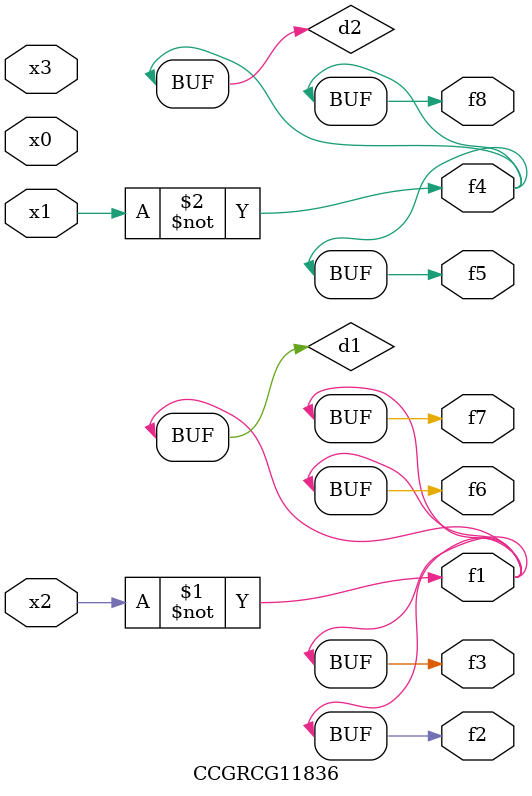
<source format=v>
module CCGRCG11836(
	input x0, x1, x2, x3,
	output f1, f2, f3, f4, f5, f6, f7, f8
);

	wire d1, d2;

	xnor (d1, x2);
	not (d2, x1);
	assign f1 = d1;
	assign f2 = d1;
	assign f3 = d1;
	assign f4 = d2;
	assign f5 = d2;
	assign f6 = d1;
	assign f7 = d1;
	assign f8 = d2;
endmodule

</source>
